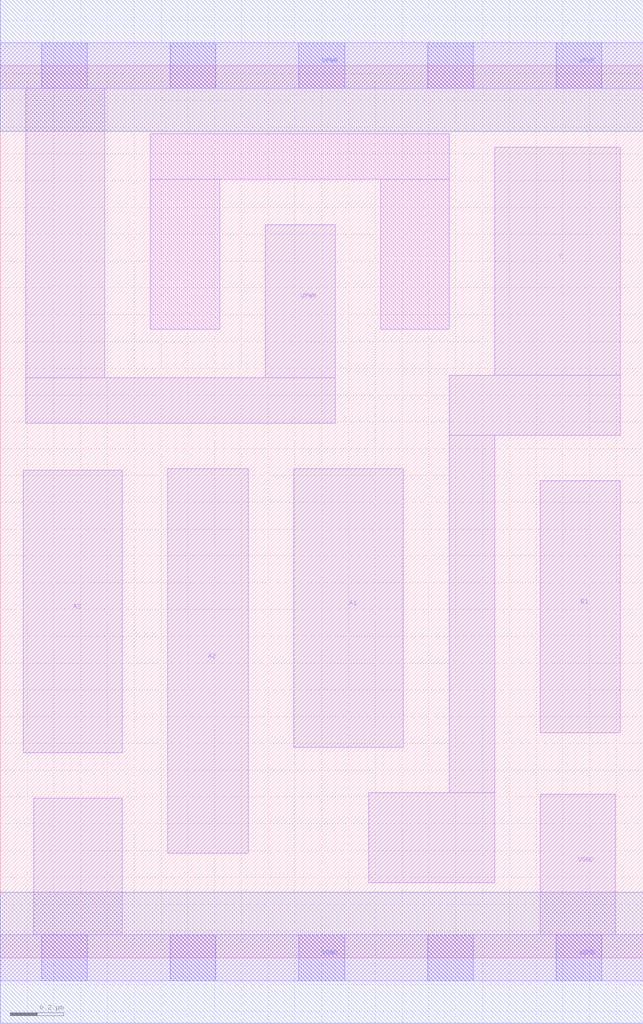
<source format=lef>
# Copyright 2020 The SkyWater PDK Authors
#
# Licensed under the Apache License, Version 2.0 (the "License");
# you may not use this file except in compliance with the License.
# You may obtain a copy of the License at
#
#     https://www.apache.org/licenses/LICENSE-2.0
#
# Unless required by applicable law or agreed to in writing, software
# distributed under the License is distributed on an "AS IS" BASIS,
# WITHOUT WARRANTIES OR CONDITIONS OF ANY KIND, either express or implied.
# See the License for the specific language governing permissions and
# limitations under the License.
#
# SPDX-License-Identifier: Apache-2.0

VERSION 5.7 ;
  NAMESCASESENSITIVE ON ;
  NOWIREEXTENSIONATPIN ON ;
  DIVIDERCHAR "/" ;
  BUSBITCHARS "[]" ;
UNITS
  DATABASE MICRONS 200 ;
END UNITS
MACRO sky130_fd_sc_lp__a31oi_0
  CLASS CORE ;
  SOURCE USER ;
  FOREIGN sky130_fd_sc_lp__a31oi_0 ;
  ORIGIN  0.000000  0.000000 ;
  SIZE  2.400000 BY  3.330000 ;
  SYMMETRY X Y R90 ;
  SITE unit ;
  PIN A1
    ANTENNAGATEAREA  0.159000 ;
    DIRECTION INPUT ;
    USE SIGNAL ;
    PORT
      LAYER li1 ;
        RECT 1.095000 0.785000 1.505000 1.825000 ;
    END
  END A1
  PIN A2
    ANTENNAGATEAREA  0.159000 ;
    DIRECTION INPUT ;
    USE SIGNAL ;
    PORT
      LAYER li1 ;
        RECT 0.625000 0.390000 0.925000 1.825000 ;
    END
  END A2
  PIN A3
    ANTENNAGATEAREA  0.159000 ;
    DIRECTION INPUT ;
    USE SIGNAL ;
    PORT
      LAYER li1 ;
        RECT 0.085000 0.765000 0.455000 1.820000 ;
    END
  END A3
  PIN B1
    ANTENNAGATEAREA  0.159000 ;
    DIRECTION INPUT ;
    USE SIGNAL ;
    PORT
      LAYER li1 ;
        RECT 2.015000 0.840000 2.315000 1.780000 ;
    END
  END B1
  PIN Y
    ANTENNADIFFAREA  0.346000 ;
    DIRECTION OUTPUT ;
    USE SIGNAL ;
    PORT
      LAYER li1 ;
        RECT 1.375000 0.280000 1.845000 0.615000 ;
        RECT 1.675000 0.615000 1.845000 1.950000 ;
        RECT 1.675000 1.950000 2.315000 2.175000 ;
        RECT 1.845000 2.175000 2.315000 3.025000 ;
    END
  END Y
  PIN VGND
    DIRECTION INOUT ;
    USE GROUND ;
    PORT
      LAYER li1 ;
        RECT 0.000000 -0.085000 2.400000 0.085000 ;
        RECT 0.125000  0.085000 0.455000 0.595000 ;
        RECT 2.015000  0.085000 2.295000 0.610000 ;
      LAYER mcon ;
        RECT 0.155000 -0.085000 0.325000 0.085000 ;
        RECT 0.635000 -0.085000 0.805000 0.085000 ;
        RECT 1.115000 -0.085000 1.285000 0.085000 ;
        RECT 1.595000 -0.085000 1.765000 0.085000 ;
        RECT 2.075000 -0.085000 2.245000 0.085000 ;
      LAYER met1 ;
        RECT 0.000000 -0.245000 2.400000 0.245000 ;
    END
  END VGND
  PIN VPWR
    DIRECTION INOUT ;
    USE POWER ;
    PORT
      LAYER li1 ;
        RECT 0.000000 3.245000 2.400000 3.415000 ;
        RECT 0.095000 1.995000 1.250000 2.165000 ;
        RECT 0.095000 2.165000 0.390000 3.245000 ;
        RECT 0.990000 2.165000 1.250000 2.735000 ;
      LAYER mcon ;
        RECT 0.155000 3.245000 0.325000 3.415000 ;
        RECT 0.635000 3.245000 0.805000 3.415000 ;
        RECT 1.115000 3.245000 1.285000 3.415000 ;
        RECT 1.595000 3.245000 1.765000 3.415000 ;
        RECT 2.075000 3.245000 2.245000 3.415000 ;
      LAYER met1 ;
        RECT 0.000000 3.085000 2.400000 3.575000 ;
    END
  END VPWR
  OBS
    LAYER li1 ;
      RECT 0.560000 2.345000 0.820000 2.905000 ;
      RECT 0.560000 2.905000 1.675000 3.075000 ;
      RECT 1.420000 2.345000 1.675000 2.905000 ;
  END
END sky130_fd_sc_lp__a31oi_0

</source>
